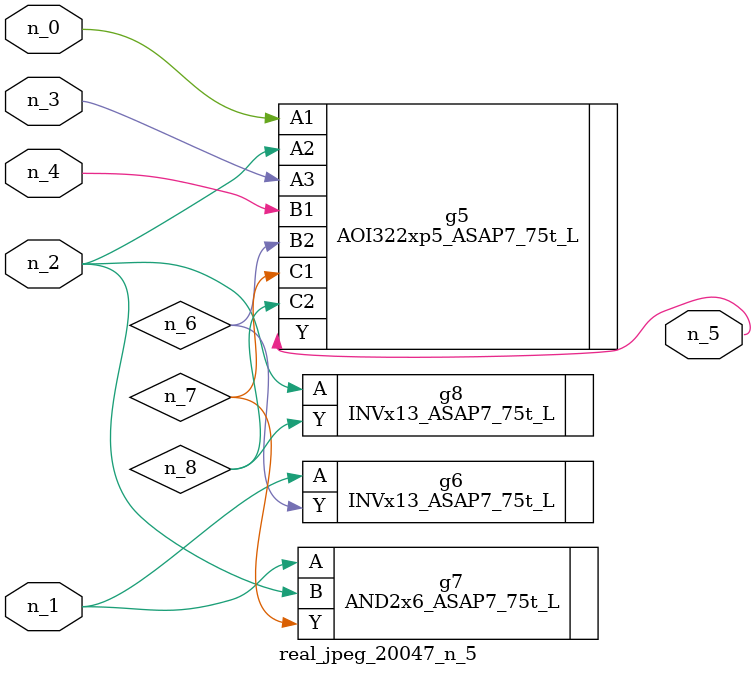
<source format=v>
module real_jpeg_20047_n_5 (n_4, n_0, n_1, n_2, n_3, n_5);

input n_4;
input n_0;
input n_1;
input n_2;
input n_3;

output n_5;

wire n_8;
wire n_6;
wire n_7;

AOI322xp5_ASAP7_75t_L g5 ( 
.A1(n_0),
.A2(n_2),
.A3(n_3),
.B1(n_4),
.B2(n_6),
.C1(n_7),
.C2(n_8),
.Y(n_5)
);

INVx13_ASAP7_75t_L g6 ( 
.A(n_1),
.Y(n_6)
);

AND2x6_ASAP7_75t_L g7 ( 
.A(n_1),
.B(n_2),
.Y(n_7)
);

INVx13_ASAP7_75t_L g8 ( 
.A(n_2),
.Y(n_8)
);


endmodule
</source>
